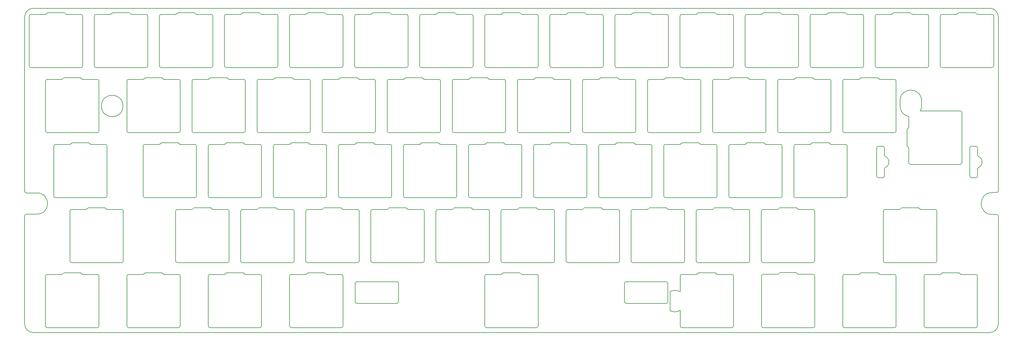
<source format=gbr>
G04 #@! TF.GenerationSoftware,KiCad,Pcbnew,(5.1.5)-3*
G04 #@! TF.CreationDate,2020-04-24T20:35:25-04:00*
G04 #@! TF.ProjectId,plate,706c6174-652e-46b6-9963-61645f706362,rev?*
G04 #@! TF.SameCoordinates,Original*
G04 #@! TF.FileFunction,Profile,NP*
%FSLAX46Y46*%
G04 Gerber Fmt 4.6, Leading zero omitted, Abs format (unit mm)*
G04 Created by KiCad (PCBNEW (5.1.5)-3) date 2020-04-24 20:35:25*
%MOMM*%
%LPD*%
G04 APERTURE LIST*
%ADD10C,0.200000*%
G04 APERTURE END LIST*
D10*
X291062500Y-87422000D02*
X291062500Y-36422001D01*
X6562501Y-88022000D02*
G75*
G02X6062501Y-87522000I0J500000D01*
G01*
X6062501Y-36422001D02*
G75*
G02X8562501Y-33922001I2500000J0D01*
G01*
X264577494Y-74505011D02*
G75*
G02X264327500Y-74072001I250006J433010D01*
G01*
X264327500Y-74072001D02*
X264327500Y-69572001D01*
X289262500Y-87922000D02*
X290562500Y-87922000D01*
X264827500Y-68706001D02*
X264827500Y-65634879D01*
X232655570Y-111872430D02*
X236849570Y-111872430D01*
X221729570Y-112372430D02*
G75*
G02X222229570Y-111872430I500000J0D01*
G01*
X202665000Y-107957000D02*
X202665000Y-93337000D01*
X227289570Y-111372430D02*
X231789570Y-111372430D01*
X260647500Y-127507000D02*
X246027500Y-127507000D01*
X236849570Y-111872430D02*
G75*
G02X237349570Y-112372430I0J-500000D01*
G01*
X156372500Y-127007000D02*
G75*
G02X155872500Y-127507000I-500000J0D01*
G01*
X141252500Y-127507000D02*
G75*
G02X140752500Y-127007000I0J500000D01*
G01*
X226856560Y-111622424D02*
G75*
G02X227289570Y-111372430I433010J-250006D01*
G01*
X260647500Y-111887000D02*
G75*
G02X261147500Y-112387000I0J-500000D01*
G01*
X256453500Y-111887000D02*
G75*
G02X256020503Y-111636983I-22J499918D01*
G01*
X108816000Y-73787001D02*
G75*
G02X108383003Y-73536984I-22J499918D01*
G01*
X103450000Y-73287001D02*
X107950000Y-73287001D01*
X93960000Y-73787001D02*
G75*
G02X94460000Y-74287001I0J-500000D01*
G01*
X60290000Y-73787001D02*
X64484000Y-73787001D01*
X51666001Y-73787001D02*
G75*
G02X51233004Y-73536984I-22J499918D01*
G01*
X75410000Y-74287001D02*
X75410000Y-88907000D01*
X64916991Y-73536995D02*
G75*
G02X64484000Y-73787001I-432969J249912D01*
G01*
X70716000Y-73787001D02*
G75*
G02X70283003Y-73536984I-22J499918D01*
G01*
X50800000Y-73287001D02*
G75*
G02X51233004Y-73536984I1J-500000D01*
G01*
X45866991Y-73536995D02*
G75*
G02X46300001Y-73287001I433010J-250006D01*
G01*
X25472251Y-73787001D02*
X29666251Y-73787001D01*
X113010000Y-89407000D02*
X98390000Y-89407000D01*
X20106251Y-73287001D02*
X24606251Y-73287001D01*
X84400000Y-73287001D02*
X88900000Y-73287001D01*
X113010000Y-73787001D02*
G75*
G02X113510000Y-74287001I0J-500000D01*
G01*
X40740001Y-74287001D02*
G75*
G02X41240001Y-73787001I500000J0D01*
G01*
X79340000Y-73787001D02*
X83534000Y-73787001D01*
X59790000Y-74287001D02*
G75*
G02X60290000Y-73787001I500000J0D01*
G01*
X78840000Y-88907000D02*
X78840000Y-74287001D01*
X69849999Y-73287001D02*
G75*
G02X70283003Y-73536984I1J-500000D01*
G01*
X89766000Y-73787001D02*
G75*
G02X89333003Y-73536984I-22J499918D01*
G01*
X107949999Y-73287001D02*
G75*
G02X108383003Y-73536984I1J-500000D01*
G01*
X55860000Y-89407000D02*
X41240001Y-89407000D01*
X103016990Y-73536995D02*
G75*
G02X103450000Y-73287001I433010J-250006D01*
G01*
X29666251Y-73787001D02*
G75*
G02X30166251Y-74287001I0J-500000D01*
G01*
X83966991Y-73536995D02*
G75*
G02X83534000Y-73787001I-432969J249912D01*
G01*
X56360000Y-74287001D02*
X56360000Y-88907000D01*
X97890000Y-88907000D02*
X97890000Y-74287001D01*
X75410000Y-88907000D02*
G75*
G02X74910000Y-89407000I-500000J0D01*
G01*
X117440000Y-73787001D02*
X121634000Y-73787001D01*
X74910000Y-89407000D02*
X60290000Y-89407000D01*
X70716000Y-73787001D02*
X74910000Y-73787001D01*
X78840000Y-74287001D02*
G75*
G02X79340000Y-73787001I500000J0D01*
G01*
X51666001Y-73787001D02*
X55860000Y-73787001D01*
X93960000Y-89407000D02*
X79340000Y-89407000D01*
X89766000Y-73787001D02*
X93960000Y-73787001D01*
X45866992Y-73536995D02*
G75*
G02X45434001Y-73787001I-432969J249912D01*
G01*
X60290000Y-89407000D02*
G75*
G02X59790000Y-88907000I0J500000D01*
G01*
X79340000Y-89407000D02*
G75*
G02X78840000Y-88907000I0J500000D01*
G01*
X98390000Y-89407000D02*
G75*
G02X97890000Y-88907000I0J500000D01*
G01*
X19673241Y-73536995D02*
G75*
G02X20106251Y-73287001I433010J-250006D01*
G01*
X56360000Y-88907000D02*
G75*
G02X55860000Y-89407000I-500000J0D01*
G01*
X25472251Y-73787001D02*
G75*
G02X25039254Y-73536984I-22J499918D01*
G01*
X94460000Y-74287001D02*
X94460000Y-88907000D01*
X41240001Y-73787001D02*
X45434001Y-73787001D01*
X59790000Y-88907000D02*
X59790000Y-74287001D01*
X65385000Y-108457000D02*
X50765001Y-108457000D01*
X97890000Y-74287001D02*
G75*
G02X98390000Y-73787001I500000J0D01*
G01*
X113510000Y-74287001D02*
X113510000Y-88907000D01*
X94460000Y-88907000D02*
G75*
G02X93960000Y-89407000I-500000J0D01*
G01*
X98390000Y-73787001D02*
X102584000Y-73787001D01*
X41240001Y-89407000D02*
G75*
G02X40740001Y-88907000I0J500000D01*
G01*
X122066991Y-73536995D02*
G75*
G02X121634000Y-73787001I-432969J249912D01*
G01*
X108816000Y-73787001D02*
X113010000Y-73787001D01*
X40740001Y-88907000D02*
X40740001Y-74287001D01*
X88899999Y-73287001D02*
G75*
G02X89333003Y-73536984I1J-500000D01*
G01*
X24606250Y-73287001D02*
G75*
G02X25039254Y-73536984I1J-500000D01*
G01*
X83966990Y-73536995D02*
G75*
G02X84400000Y-73287001I433010J-250006D01*
G01*
X113510000Y-88907000D02*
G75*
G02X113010000Y-89407000I-500000J0D01*
G01*
X64916990Y-73536995D02*
G75*
G02X65350000Y-73287001I433010J-250006D01*
G01*
X46300001Y-73287001D02*
X50800001Y-73287001D01*
X74910000Y-73787001D02*
G75*
G02X75410000Y-74287001I0J-500000D01*
G01*
X55860000Y-73787001D02*
G75*
G02X56360000Y-74287001I0J-500000D01*
G01*
X103016991Y-73536995D02*
G75*
G02X102584000Y-73787001I-432969J249912D01*
G01*
X46903501Y-54737001D02*
G75*
G02X46470504Y-54486984I-22J499918D01*
G01*
X46037500Y-54237001D02*
G75*
G02X46470504Y-54486984I1J-500000D01*
G01*
X41537501Y-54237001D02*
X46037501Y-54237001D01*
X27285001Y-54737001D02*
G75*
G02X27785001Y-55237001I0J-500000D01*
G01*
X15046251Y-73787001D02*
X19240251Y-73787001D01*
X12665001Y-54737001D02*
X16859001Y-54737001D01*
X27285001Y-70357001D02*
X12665001Y-70357001D01*
X17725001Y-54237001D02*
X22225001Y-54237001D01*
X17291991Y-54486995D02*
G75*
G02X17725001Y-54237001I433010J-250006D01*
G01*
X23091001Y-54737001D02*
X27285001Y-54737001D01*
X15046251Y-89407000D02*
G75*
G02X14546251Y-88907000I0J500000D01*
G01*
X12665001Y-70357001D02*
G75*
G02X12165001Y-69857001I0J500000D01*
G01*
X23091001Y-54737001D02*
G75*
G02X22658004Y-54486984I-22J499918D01*
G01*
X29666251Y-89407000D02*
X15046251Y-89407000D01*
X30166251Y-88907000D02*
G75*
G02X29666251Y-89407000I-500000J0D01*
G01*
X12165001Y-69857001D02*
X12165001Y-55237001D01*
X65350000Y-73287001D02*
X69850000Y-73287001D01*
X41104491Y-54486995D02*
G75*
G02X41537501Y-54237001I433010J-250006D01*
G01*
X30166251Y-74287001D02*
X30166251Y-88907000D01*
X17291992Y-54486995D02*
G75*
G02X16859001Y-54737001I-432969J249912D01*
G01*
X27785001Y-55237001D02*
X27785001Y-69857001D01*
X19673242Y-73536995D02*
G75*
G02X19240251Y-73787001I-432969J249912D01*
G01*
X12165001Y-55237001D02*
G75*
G02X12665001Y-54737001I500000J0D01*
G01*
X27785001Y-69857001D02*
G75*
G02X27285001Y-70357001I-500000J0D01*
G01*
X14546251Y-88907000D02*
X14546251Y-74287001D01*
X51097501Y-54737001D02*
G75*
G02X51597501Y-55237001I0J-500000D01*
G01*
X46903501Y-54737001D02*
X51097501Y-54737001D01*
X14546251Y-74287001D02*
G75*
G02X15046251Y-73787001I500000J0D01*
G01*
X122500000Y-73287001D02*
X127000000Y-73287001D01*
X136490000Y-73787001D02*
X140684000Y-73787001D01*
X122066990Y-73536995D02*
G75*
G02X122500000Y-73287001I433010J-250006D01*
G01*
X127866000Y-73787001D02*
X132060000Y-73787001D01*
X30234751Y-92837000D02*
G75*
G02X29801754Y-92586983I-22J499918D01*
G01*
X136490000Y-89407000D02*
G75*
G02X135990000Y-88907000I0J500000D01*
G01*
X84435000Y-108457000D02*
X69815000Y-108457000D01*
X69815000Y-108457000D02*
G75*
G02X69315000Y-107957000I0J500000D01*
G01*
X79374999Y-92337000D02*
G75*
G02X79808003Y-92586983I1J-500000D01*
G01*
X88729491Y-111636994D02*
G75*
G02X88296500Y-111887000I-432969J249912D01*
G01*
X160166991Y-73536995D02*
G75*
G02X159734000Y-73787001I-432969J249912D01*
G01*
X146916000Y-73787001D02*
G75*
G02X146483003Y-73536984I-22J499918D01*
G01*
X84935000Y-107957000D02*
G75*
G02X84435000Y-108457000I-500000J0D01*
G01*
X55391990Y-92586994D02*
G75*
G02X55825000Y-92337000I433010J-250006D01*
G01*
X50765001Y-108457000D02*
G75*
G02X50265001Y-107957000I0J500000D01*
G01*
X34428751Y-92837000D02*
G75*
G02X34928751Y-93337000I0J-500000D01*
G01*
X146916000Y-73787001D02*
X151110000Y-73787001D01*
X24435741Y-92586994D02*
G75*
G02X24868751Y-92337000I433010J-250006D01*
G01*
X151610000Y-74287001D02*
X151610000Y-88907000D01*
X65885000Y-107957000D02*
G75*
G02X65385000Y-108457000I-500000J0D01*
G01*
X80241000Y-92837000D02*
X84435000Y-92837000D01*
X55825000Y-92337000D02*
X60325000Y-92337000D01*
X55391992Y-92586994D02*
G75*
G02X54959001Y-92837000I-432969J249912D01*
G01*
X34428751Y-108457000D02*
X19808751Y-108457000D01*
X24868751Y-92337000D02*
X29368751Y-92337000D01*
X19808751Y-108457000D02*
G75*
G02X19308751Y-107957000I0J500000D01*
G01*
X69815000Y-92837000D02*
X74009000Y-92837000D01*
X69315000Y-93337000D02*
G75*
G02X69815000Y-92837000I500000J0D01*
G01*
X19808751Y-92837000D02*
X24002751Y-92837000D01*
X84935000Y-93337000D02*
X84935000Y-107957000D01*
X93925000Y-92337000D02*
X98425000Y-92337000D01*
X50265001Y-107957000D02*
X50265001Y-93337000D01*
X61191000Y-92837000D02*
X65385000Y-92837000D01*
X69315000Y-107957000D02*
X69315000Y-93337000D01*
X60324999Y-92337000D02*
G75*
G02X60758003Y-92586983I1J-500000D01*
G01*
X74441990Y-92586994D02*
G75*
G02X74875000Y-92337000I433010J-250006D01*
G01*
X74441991Y-92586994D02*
G75*
G02X74009000Y-92837000I-432969J249912D01*
G01*
X84102500Y-111887000D02*
X88296500Y-111887000D01*
X24435742Y-92586994D02*
G75*
G02X24002751Y-92837000I-432969J249912D01*
G01*
X135990000Y-74287001D02*
G75*
G02X136490000Y-73787001I500000J0D01*
G01*
X50265001Y-93337000D02*
G75*
G02X50765001Y-92837000I500000J0D01*
G01*
X74875000Y-92337000D02*
X79375000Y-92337000D01*
X50765001Y-92837000D02*
X54959001Y-92837000D01*
X30234751Y-92837000D02*
X34428751Y-92837000D01*
X84435000Y-92837000D02*
G75*
G02X84935000Y-93337000I0J-500000D01*
G01*
X65385000Y-92837000D02*
G75*
G02X65885000Y-93337000I0J-500000D01*
G01*
X93491990Y-92586994D02*
G75*
G02X93925000Y-92337000I433010J-250006D01*
G01*
X29368750Y-92337000D02*
G75*
G02X29801754Y-92586983I1J-500000D01*
G01*
X61191000Y-92837000D02*
G75*
G02X60758003Y-92586983I-22J499918D01*
G01*
X155540000Y-73787001D02*
X159734000Y-73787001D01*
X34928751Y-107957000D02*
G75*
G02X34428751Y-108457000I-500000J0D01*
G01*
X141550000Y-73287001D02*
X146050000Y-73287001D01*
X132060000Y-73787001D02*
G75*
G02X132560000Y-74287001I0J-500000D01*
G01*
X19308751Y-107957000D02*
X19308751Y-93337000D01*
X132560000Y-88907000D02*
G75*
G02X132060000Y-89407000I-500000J0D01*
G01*
X34928751Y-93337000D02*
X34928751Y-107957000D01*
X80241000Y-92837000D02*
G75*
G02X79808003Y-92586983I-22J499918D01*
G01*
X65885000Y-93337000D02*
X65885000Y-107957000D01*
X132560000Y-74287001D02*
X132560000Y-88907000D01*
X141116991Y-73536995D02*
G75*
G02X140684000Y-73787001I-432969J249912D01*
G01*
X127866000Y-73787001D02*
G75*
G02X127433003Y-73536984I-22J499918D01*
G01*
X151110000Y-73787001D02*
G75*
G02X151610000Y-74287001I0J-500000D01*
G01*
X126999999Y-73287001D02*
G75*
G02X127433003Y-73536984I1J-500000D01*
G01*
X19308751Y-93337000D02*
G75*
G02X19808751Y-92837000I500000J0D01*
G01*
X117440000Y-89407000D02*
G75*
G02X116940000Y-88907000I0J500000D01*
G01*
X170660000Y-74287001D02*
X170660000Y-88907000D01*
X116940000Y-74287001D02*
G75*
G02X117440000Y-73787001I500000J0D01*
G01*
X160166990Y-73536995D02*
G75*
G02X160600000Y-73287001I433010J-250006D01*
G01*
X151110000Y-89407000D02*
X136490000Y-89407000D01*
X193140000Y-74287001D02*
G75*
G02X193640000Y-73787001I500000J0D01*
G01*
X193140000Y-88907000D02*
X193140000Y-74287001D01*
X179216991Y-73536995D02*
G75*
G02X178784000Y-73787001I-432969J249912D01*
G01*
X189210000Y-89407000D02*
X174590000Y-89407000D01*
X198700000Y-73287001D02*
X203200000Y-73287001D01*
X227810000Y-88907000D02*
G75*
G02X227310000Y-89407000I-500000J0D01*
G01*
X231740000Y-89407000D02*
G75*
G02X231240000Y-88907000I0J500000D01*
G01*
X174090000Y-88907000D02*
X174090000Y-74287001D01*
X212690000Y-73787001D02*
X216884000Y-73787001D01*
X236366991Y-73536995D02*
G75*
G02X235934000Y-73787001I-432969J249912D01*
G01*
X204066000Y-73787001D02*
G75*
G02X203633003Y-73536984I-22J499918D01*
G01*
X155040000Y-88907000D02*
X155040000Y-74287001D01*
X198266991Y-73536995D02*
G75*
G02X197834000Y-73787001I-432969J249912D01*
G01*
X212690000Y-89407000D02*
G75*
G02X212190000Y-88907000I0J500000D01*
G01*
X174590000Y-73787001D02*
X178784000Y-73787001D01*
X155540000Y-89407000D02*
G75*
G02X155040000Y-88907000I0J500000D01*
G01*
X170160000Y-89407000D02*
X155540000Y-89407000D01*
X227810000Y-74287001D02*
X227810000Y-88907000D01*
X116940000Y-88907000D02*
X116940000Y-74287001D01*
X185016000Y-73787001D02*
G75*
G02X184583003Y-73536984I-22J499918D01*
G01*
X151610000Y-88907000D02*
G75*
G02X151110000Y-89407000I-500000J0D01*
G01*
X231740000Y-73787001D02*
X235934000Y-73787001D01*
X184149999Y-73287001D02*
G75*
G02X184583003Y-73536984I1J-500000D01*
G01*
X165966000Y-73787001D02*
X170160000Y-73787001D01*
X217316990Y-73536995D02*
G75*
G02X217750000Y-73287001I433010J-250006D01*
G01*
X146049999Y-73287001D02*
G75*
G02X146483003Y-73536984I1J-500000D01*
G01*
X212190000Y-88907000D02*
X212190000Y-74287001D01*
X141116990Y-73536995D02*
G75*
G02X141550000Y-73287001I433010J-250006D01*
G01*
X208260000Y-89407000D02*
X193640000Y-89407000D01*
X208760000Y-74287001D02*
X208760000Y-88907000D01*
X217316991Y-73536995D02*
G75*
G02X216884000Y-73787001I-432969J249912D01*
G01*
X203199999Y-73287001D02*
G75*
G02X203633003Y-73536984I1J-500000D01*
G01*
X132060000Y-89407000D02*
X117440000Y-89407000D01*
X185016000Y-73787001D02*
X189210000Y-73787001D01*
X246860000Y-88907000D02*
G75*
G02X246360000Y-89407000I-500000J0D01*
G01*
X189210000Y-73787001D02*
G75*
G02X189710000Y-74287001I0J-500000D01*
G01*
X246860000Y-74287001D02*
X246860000Y-88907000D01*
X223116000Y-73787001D02*
G75*
G02X222683003Y-73536984I-22J499918D01*
G01*
X231240000Y-74287001D02*
G75*
G02X231740000Y-73787001I500000J0D01*
G01*
X242166000Y-73787001D02*
X246360000Y-73787001D01*
X155040000Y-74287001D02*
G75*
G02X155540000Y-73787001I500000J0D01*
G01*
X208260000Y-73787001D02*
G75*
G02X208760000Y-74287001I0J-500000D01*
G01*
X170660000Y-88907000D02*
G75*
G02X170160000Y-89407000I-500000J0D01*
G01*
X193640000Y-73787001D02*
X197834000Y-73787001D01*
X165099999Y-73287001D02*
G75*
G02X165533003Y-73536984I1J-500000D01*
G01*
X246360000Y-89407000D02*
X231740000Y-89407000D01*
X246360000Y-73787001D02*
G75*
G02X246860000Y-74287001I0J-500000D01*
G01*
X208760000Y-88907000D02*
G75*
G02X208260000Y-89407000I-500000J0D01*
G01*
X227310000Y-89407000D02*
X212690000Y-89407000D01*
X204066000Y-73787001D02*
X208260000Y-73787001D01*
X198266990Y-73536995D02*
G75*
G02X198700000Y-73287001I433010J-250006D01*
G01*
X189710000Y-88907000D02*
G75*
G02X189210000Y-89407000I-500000J0D01*
G01*
X212190000Y-74287001D02*
G75*
G02X212690000Y-73787001I500000J0D01*
G01*
X222249999Y-73287001D02*
G75*
G02X222683003Y-73536984I1J-500000D01*
G01*
X223116000Y-73787001D02*
X227310000Y-73787001D01*
X193640000Y-89407000D02*
G75*
G02X193140000Y-88907000I0J500000D01*
G01*
X231240000Y-88907000D02*
X231240000Y-74287001D01*
X217750000Y-73287001D02*
X222250000Y-73287001D01*
X135990000Y-88907000D02*
X135990000Y-74287001D01*
X189710000Y-74287001D02*
X189710000Y-88907000D01*
X236800000Y-73287001D02*
X241300000Y-73287001D01*
X226841991Y-92586994D02*
G75*
G02X226409000Y-92837000I-432969J249912D01*
G01*
X227310000Y-73787001D02*
G75*
G02X227810000Y-74287001I0J-500000D01*
G01*
X284960000Y-112387000D02*
X284960000Y-127007000D01*
X236835000Y-108457000D02*
X222215000Y-108457000D01*
X227275000Y-92337000D02*
X231775000Y-92337000D01*
X232641000Y-92837000D02*
X236835000Y-92837000D01*
X279399999Y-111387000D02*
G75*
G02X279833003Y-111636983I1J-500000D01*
G01*
X272553750Y-92837000D02*
G75*
G02X273053750Y-93337000I0J-500000D01*
G01*
X160600000Y-73287001D02*
X165100000Y-73287001D01*
X257933750Y-92837000D02*
X262127750Y-92837000D01*
X170160000Y-73787001D02*
G75*
G02X170660000Y-74287001I0J-500000D01*
G01*
X221715000Y-93337000D02*
G75*
G02X222215000Y-92837000I500000J0D01*
G01*
X179216990Y-73536995D02*
G75*
G02X179650000Y-73287001I433010J-250006D01*
G01*
X262560741Y-92586994D02*
G75*
G02X262127750Y-92837000I-432969J249912D01*
G01*
X284960000Y-127007000D02*
G75*
G02X284460000Y-127507000I-500000J0D01*
G01*
X165966000Y-73787001D02*
G75*
G02X165533003Y-73536984I-22J499918D01*
G01*
X269340000Y-127007000D02*
X269340000Y-112387000D01*
X284460000Y-127507000D02*
X269840000Y-127507000D01*
X280266000Y-111887000D02*
G75*
G02X279833003Y-111636983I-22J499918D01*
G01*
X269840000Y-127507000D02*
G75*
G02X269340000Y-127007000I0J500000D01*
G01*
X174090000Y-74287001D02*
G75*
G02X174590000Y-73787001I500000J0D01*
G01*
X272553750Y-108457000D02*
X257933750Y-108457000D01*
X232641000Y-92837000D02*
G75*
G02X232208003Y-92586983I-22J499918D01*
G01*
X231774999Y-92337000D02*
G75*
G02X232208003Y-92586983I1J-500000D01*
G01*
X222215000Y-108457000D02*
G75*
G02X221715000Y-107957000I0J500000D01*
G01*
X257933750Y-108457000D02*
G75*
G02X257433750Y-107957000I0J500000D01*
G01*
X237335000Y-93337000D02*
X237335000Y-107957000D01*
X268359750Y-92837000D02*
X272553750Y-92837000D01*
X274900000Y-111387000D02*
X279400000Y-111387000D01*
X284460000Y-111887000D02*
G75*
G02X284960000Y-112387000I0J-500000D01*
G01*
X262560740Y-92586994D02*
G75*
G02X262993750Y-92337000I433010J-250006D01*
G01*
X274466991Y-111636994D02*
G75*
G02X274034000Y-111887000I-432969J249912D01*
G01*
X242166000Y-73787001D02*
G75*
G02X241733003Y-73536984I-22J499918D01*
G01*
X221715000Y-107957000D02*
X221715000Y-93337000D01*
X257433750Y-107957000D02*
X257433750Y-93337000D01*
X262993750Y-92337000D02*
X267493750Y-92337000D01*
X273053750Y-93337000D02*
X273053750Y-107957000D01*
X174590000Y-89407000D02*
G75*
G02X174090000Y-88907000I0J500000D01*
G01*
X269340000Y-112387000D02*
G75*
G02X269840000Y-111887000I500000J0D01*
G01*
X273053750Y-107957000D02*
G75*
G02X272553750Y-108457000I-500000J0D01*
G01*
X179650000Y-73287001D02*
X184150000Y-73287001D01*
X280266000Y-111887000D02*
X284460000Y-111887000D01*
X274466990Y-111636994D02*
G75*
G02X274900000Y-111387000I433010J-250006D01*
G01*
X241299999Y-73287001D02*
G75*
G02X241733003Y-73536984I1J-500000D01*
G01*
X268359750Y-92837000D02*
G75*
G02X267926753Y-92586983I-22J499918D01*
G01*
X222215000Y-92837000D02*
X226409000Y-92837000D01*
X257433750Y-93337000D02*
G75*
G02X257933750Y-92837000I500000J0D01*
G01*
X236835000Y-92837000D02*
G75*
G02X237335000Y-93337000I0J-500000D01*
G01*
X226841990Y-92586994D02*
G75*
G02X227275000Y-92337000I433010J-250006D01*
G01*
X267493749Y-92337000D02*
G75*
G02X267926753Y-92586983I1J-500000D01*
G01*
X269840000Y-111887000D02*
X274034000Y-111887000D01*
X237335000Y-107957000D02*
G75*
G02X236835000Y-108457000I-500000J0D01*
G01*
X236366990Y-73536995D02*
G75*
G02X236800000Y-73287001I433010J-250006D01*
G01*
X146015000Y-108457000D02*
G75*
G02X145515000Y-107957000I0J500000D01*
G01*
X218285000Y-107957000D02*
G75*
G02X217785000Y-108457000I-500000J0D01*
G01*
X180185000Y-93337000D02*
X180185000Y-107957000D01*
X161135000Y-107957000D02*
G75*
G02X160635000Y-108457000I-500000J0D01*
G01*
X213591000Y-92837000D02*
G75*
G02X213158003Y-92586983I-22J499918D01*
G01*
X165065000Y-92837000D02*
X169259000Y-92837000D01*
X174624999Y-92337000D02*
G75*
G02X175058003Y-92586983I1J-500000D01*
G01*
X198735000Y-108457000D02*
X184115000Y-108457000D01*
X194541000Y-92837000D02*
G75*
G02X194108003Y-92586983I-22J499918D01*
G01*
X164565000Y-107957000D02*
X164565000Y-93337000D01*
X179685000Y-108457000D02*
X165065000Y-108457000D01*
X150641991Y-92586994D02*
G75*
G02X150209000Y-92837000I-432969J249912D01*
G01*
X161135000Y-93337000D02*
X161135000Y-107957000D01*
X145515000Y-93337000D02*
G75*
G02X146015000Y-92837000I500000J0D01*
G01*
X217785000Y-108457000D02*
X203165000Y-108457000D01*
X164565000Y-93337000D02*
G75*
G02X165065000Y-92837000I500000J0D01*
G01*
X203165000Y-108457000D02*
G75*
G02X202665000Y-107957000I0J500000D01*
G01*
X213591000Y-92837000D02*
X217785000Y-92837000D01*
X218285000Y-93337000D02*
X218285000Y-107957000D01*
X217785000Y-92837000D02*
G75*
G02X218285000Y-93337000I0J-500000D01*
G01*
X189175000Y-92337000D02*
X193675000Y-92337000D01*
X170125000Y-92337000D02*
X174625000Y-92337000D01*
X179685000Y-92837000D02*
G75*
G02X180185000Y-93337000I0J-500000D01*
G01*
X213051640Y-111887000D02*
G75*
G02X213551640Y-112387000I0J-500000D01*
G01*
X194330500Y-114513000D02*
X194330500Y-119863000D01*
X195030500Y-116842481D02*
X195030500Y-122551518D01*
X182130500Y-120363000D02*
G75*
G02X181630500Y-119863000I0J500000D01*
G01*
X181630500Y-114513000D02*
G75*
G02X182130500Y-114013000I500000J0D01*
G01*
X194330500Y-119863000D02*
G75*
G02X193830500Y-120363000I-500000J0D01*
G01*
X117772500Y-51307001D02*
X103152500Y-51307001D01*
X137322500Y-50807001D02*
G75*
G02X136822500Y-51307001I-500000J0D01*
G01*
X164929491Y-35436995D02*
G75*
G02X164496500Y-35687001I-432969J249912D01*
G01*
X12529492Y-35436995D02*
G75*
G02X12096501Y-35687001I-432969J249912D01*
G01*
X136822500Y-51307001D02*
X122202500Y-51307001D01*
X122202500Y-51307001D02*
G75*
G02X121702500Y-50807001I0J500000D01*
G01*
X156372500Y-50807001D02*
G75*
G02X155872500Y-51307001I-500000J0D01*
G01*
X169862499Y-35187001D02*
G75*
G02X170295503Y-35436984I1J-500000D01*
G01*
X193830500Y-114013000D02*
G75*
G02X194330500Y-114513000I0J-500000D01*
G01*
X113578500Y-35687001D02*
X117772500Y-35687001D01*
X117772500Y-35687001D02*
G75*
G02X118272500Y-36187001I0J-500000D01*
G01*
X198431640Y-127507000D02*
G75*
G02X197931640Y-127007000I0J500000D01*
G01*
X131762499Y-35187001D02*
G75*
G02X132195503Y-35436984I1J-500000D01*
G01*
X103152500Y-51307001D02*
G75*
G02X102652500Y-50807001I0J500000D01*
G01*
X118272500Y-36187001D02*
X118272500Y-50807001D01*
X7402501Y-36187001D02*
G75*
G02X7902501Y-35687001I500000J0D01*
G01*
X197931640Y-122428355D02*
G75*
G02X195030500Y-122551518I-1569140J2731355D01*
G01*
X184115000Y-92837000D02*
X188309000Y-92837000D01*
X188741990Y-92586994D02*
G75*
G02X189175000Y-92337000I433010J-250006D01*
G01*
X199235000Y-93337000D02*
X199235000Y-107957000D01*
X169691991Y-92586994D02*
G75*
G02X169259000Y-92837000I-432969J249912D01*
G01*
X140752500Y-112387000D02*
G75*
G02X141252500Y-111887000I500000J0D01*
G01*
X141252500Y-111887000D02*
X145446500Y-111887000D01*
X255587499Y-111387000D02*
G75*
G02X256020503Y-111636983I1J-500000D01*
G01*
X250654490Y-111636994D02*
G75*
G02X251087500Y-111387000I433010J-250006D01*
G01*
X145515000Y-107957000D02*
X145515000Y-93337000D01*
X212724999Y-92337000D02*
G75*
G02X213158003Y-92586983I1J-500000D01*
G01*
X183615000Y-107957000D02*
X183615000Y-93337000D01*
X184115000Y-108457000D02*
G75*
G02X183615000Y-107957000I0J500000D01*
G01*
X169691990Y-92586994D02*
G75*
G02X170125000Y-92337000I433010J-250006D01*
G01*
X165065000Y-108457000D02*
G75*
G02X164565000Y-107957000I0J500000D01*
G01*
X175491000Y-92837000D02*
G75*
G02X175058003Y-92586983I-22J499918D01*
G01*
X160635000Y-108457000D02*
X146015000Y-108457000D01*
X188741991Y-92586994D02*
G75*
G02X188309000Y-92837000I-432969J249912D01*
G01*
X180185000Y-107957000D02*
G75*
G02X179685000Y-108457000I-500000J0D01*
G01*
X236849570Y-127492430D02*
X222229570Y-127492430D01*
X146015000Y-92837000D02*
X150209000Y-92837000D01*
X183615000Y-93337000D02*
G75*
G02X184115000Y-92837000I500000J0D01*
G01*
X199235000Y-107957000D02*
G75*
G02X198735000Y-108457000I-500000J0D01*
G01*
X194541000Y-92837000D02*
X198735000Y-92837000D01*
X126465000Y-107957000D02*
X126465000Y-93337000D01*
X131591990Y-92586994D02*
G75*
G02X132025000Y-92337000I433010J-250006D01*
G01*
X123035000Y-107957000D02*
G75*
G02X122535000Y-108457000I-500000J0D01*
G01*
X112541990Y-92586994D02*
G75*
G02X112975000Y-92337000I433010J-250006D01*
G01*
X88865000Y-108457000D02*
G75*
G02X88365000Y-107957000I0J500000D01*
G01*
X122535000Y-108457000D02*
X107915000Y-108457000D01*
X122535000Y-92837000D02*
G75*
G02X123035000Y-93337000I0J-500000D01*
G01*
X112975000Y-92337000D02*
X117475000Y-92337000D01*
X107415000Y-93337000D02*
G75*
G02X107915000Y-92837000I500000J0D01*
G01*
X136524999Y-92337000D02*
G75*
G02X136958003Y-92586983I1J-500000D01*
G01*
X112541991Y-92586994D02*
G75*
G02X112109000Y-92837000I-432969J249912D01*
G01*
X103485000Y-108457000D02*
X88865000Y-108457000D01*
X137391000Y-92837000D02*
X141585000Y-92837000D01*
X137391000Y-92837000D02*
G75*
G02X136958003Y-92586983I-22J499918D01*
G01*
X107915000Y-92837000D02*
X112109000Y-92837000D01*
X98424999Y-92337000D02*
G75*
G02X98858003Y-92586983I1J-500000D01*
G01*
X151075000Y-92337000D02*
X155575000Y-92337000D01*
X123035000Y-93337000D02*
X123035000Y-107957000D01*
X103985000Y-93337000D02*
X103985000Y-107957000D01*
X107415000Y-107957000D02*
X107415000Y-93337000D01*
X142085000Y-93337000D02*
X142085000Y-107957000D01*
X107915000Y-108457000D02*
G75*
G02X107415000Y-107957000I0J500000D01*
G01*
X103985000Y-107957000D02*
G75*
G02X103485000Y-108457000I-500000J0D01*
G01*
X175491000Y-92837000D02*
X179685000Y-92837000D01*
X132025000Y-92337000D02*
X136525000Y-92337000D01*
X88365000Y-93337000D02*
G75*
G02X88865000Y-92837000I500000J0D01*
G01*
X142085000Y-107957000D02*
G75*
G02X141585000Y-108457000I-500000J0D01*
G01*
X208225000Y-92337000D02*
X212725000Y-92337000D01*
X198735000Y-92837000D02*
G75*
G02X199235000Y-93337000I0J-500000D01*
G01*
X131591991Y-92586994D02*
G75*
G02X131159000Y-92837000I-432969J249912D01*
G01*
X99291000Y-92837000D02*
G75*
G02X98858003Y-92586983I-22J499918D01*
G01*
X193674999Y-92337000D02*
G75*
G02X194108003Y-92586983I1J-500000D01*
G01*
X88365000Y-107957000D02*
X88365000Y-93337000D01*
X118341000Y-92837000D02*
G75*
G02X117908003Y-92586983I-22J499918D01*
G01*
X88865000Y-92837000D02*
X93059000Y-92837000D01*
X103485000Y-92837000D02*
G75*
G02X103985000Y-93337000I0J-500000D01*
G01*
X99291000Y-92837000D02*
X103485000Y-92837000D01*
X141585000Y-92837000D02*
G75*
G02X142085000Y-93337000I0J-500000D01*
G01*
X117474999Y-92337000D02*
G75*
G02X117908003Y-92586983I1J-500000D01*
G01*
X126965000Y-108457000D02*
G75*
G02X126465000Y-107957000I0J500000D01*
G01*
X118341000Y-92837000D02*
X122535000Y-92837000D01*
X141585000Y-108457000D02*
X126965000Y-108457000D01*
X126465000Y-93337000D02*
G75*
G02X126965000Y-92837000I500000J0D01*
G01*
X150641990Y-92586994D02*
G75*
G02X151075000Y-92337000I433010J-250006D01*
G01*
X126965000Y-92837000D02*
X131159000Y-92837000D01*
X207791990Y-92586994D02*
G75*
G02X208225000Y-92337000I433010J-250006D01*
G01*
X264827500Y-65634880D02*
G75*
G02X262300000Y-62547001I622500J3087879D01*
G01*
X289262500Y-94322000D02*
G75*
G02X289262500Y-87922000I0J3200000D01*
G01*
X288562500Y-33922001D02*
X8562501Y-33922001D01*
X268600000Y-61047001D02*
X268600000Y-62547001D01*
X151678500Y-111887000D02*
G75*
G02X151245503Y-111636983I-22J499918D01*
G01*
X145879491Y-111636994D02*
G75*
G02X145446500Y-111887000I-432969J249912D01*
G01*
X150812499Y-111387000D02*
G75*
G02X151245503Y-111636983I1J-500000D01*
G01*
X226856561Y-111622424D02*
G75*
G02X226423570Y-111872430I-432969J249912D01*
G01*
X290562500Y-94322000D02*
X289262500Y-94322000D01*
X291062500Y-87422000D02*
G75*
G02X290562500Y-87922000I-500000J0D01*
G01*
X268600000Y-62547001D02*
G75*
G02X268238597Y-64012001I-3150000J0D01*
G01*
X155872500Y-127507000D02*
X141252500Y-127507000D01*
X279947500Y-64012001D02*
G75*
G02X280447500Y-64512001I0J-500000D01*
G01*
X6062501Y-36422001D02*
X6062501Y-87522000D01*
X237349570Y-112372430D02*
X237349570Y-126992430D01*
X268238597Y-64012001D02*
X279947500Y-64012001D01*
X262300000Y-62547001D02*
X262300000Y-61047001D01*
X264827499Y-68706001D02*
G75*
G02X264577505Y-69139010I-499999J0D01*
G01*
X264327499Y-69572001D02*
G75*
G02X264577505Y-69139010I499919J22D01*
G01*
X232655570Y-111872430D02*
G75*
G02X232222573Y-111622413I-22J499918D01*
G01*
X262300000Y-61047001D02*
G75*
G02X268600000Y-61047001I3150000J0D01*
G01*
X6562501Y-88022000D02*
X9662501Y-88022000D01*
X288562500Y-33922001D02*
G75*
G02X291062500Y-36422001I0J-2500000D01*
G01*
X256453500Y-111887000D02*
X260647500Y-111887000D01*
X245527500Y-112387000D02*
G75*
G02X246027500Y-111887000I500000J0D01*
G01*
X245527500Y-127007000D02*
X245527500Y-112387000D01*
X203165000Y-92837000D02*
X207359000Y-92837000D01*
X221729570Y-126992430D02*
X221729570Y-112372430D01*
X237349570Y-126992430D02*
G75*
G02X236849570Y-127492430I-500000J0D01*
G01*
X246027500Y-127507000D02*
G75*
G02X245527500Y-127007000I0J500000D01*
G01*
X146312500Y-111387000D02*
X150812500Y-111387000D01*
X222229570Y-127492430D02*
G75*
G02X221729570Y-126992430I0J500000D01*
G01*
X155872500Y-111887000D02*
G75*
G02X156372500Y-112387000I0J-500000D01*
G01*
X202665000Y-93337000D02*
G75*
G02X203165000Y-92837000I500000J0D01*
G01*
X140752500Y-127007000D02*
X140752500Y-112387000D01*
X231789569Y-111372430D02*
G75*
G02X232222573Y-111622413I1J-500000D01*
G01*
X246027500Y-111887000D02*
X250221500Y-111887000D01*
X156372500Y-112387000D02*
X156372500Y-127007000D01*
X261147500Y-127007000D02*
G75*
G02X260647500Y-127507000I-500000J0D01*
G01*
X222229570Y-111872430D02*
X226423570Y-111872430D01*
X251087500Y-111387000D02*
X255587500Y-111387000D01*
X207791991Y-92586994D02*
G75*
G02X207359000Y-92837000I-432969J249912D01*
G01*
X250654491Y-111636994D02*
G75*
G02X250221500Y-111887000I-432969J249912D01*
G01*
X261147500Y-112387000D02*
X261147500Y-127007000D01*
X151678500Y-111887000D02*
X155872500Y-111887000D01*
X145879490Y-111636994D02*
G75*
G02X146312500Y-111387000I433010J-250006D01*
G01*
X155872500Y-51307001D02*
X141252500Y-51307001D01*
X118272500Y-50807001D02*
G75*
G02X117772500Y-51307001I-500000J0D01*
G01*
X145879490Y-35436995D02*
G75*
G02X146312500Y-35187001I433010J-250006D01*
G01*
X107779490Y-35436995D02*
G75*
G02X108212500Y-35187001I433010J-250006D01*
G01*
X175422500Y-36187001D02*
X175422500Y-50807001D01*
X174922500Y-35687001D02*
G75*
G02X175422500Y-36187001I0J-500000D01*
G01*
X93662499Y-35187001D02*
G75*
G02X94095503Y-35436984I1J-500000D01*
G01*
X102652500Y-50807001D02*
X102652500Y-36187001D01*
X122202500Y-35687001D02*
X126396500Y-35687001D01*
X132628500Y-35687001D02*
G75*
G02X132195503Y-35436984I-22J499918D01*
G01*
X189778500Y-35687001D02*
G75*
G02X189345503Y-35436984I-22J499918D01*
G01*
X151678500Y-35687001D02*
G75*
G02X151245503Y-35436984I-22J499918D01*
G01*
X112712499Y-35187001D02*
G75*
G02X113145503Y-35436984I1J-500000D01*
G01*
X127262500Y-35187001D02*
X131762500Y-35187001D01*
X113578500Y-35687001D02*
G75*
G02X113145503Y-35436984I-22J499918D01*
G01*
X141252500Y-51307001D02*
G75*
G02X140752500Y-50807001I0J500000D01*
G01*
X126829491Y-35436995D02*
G75*
G02X126396500Y-35687001I-432969J249912D01*
G01*
X121702500Y-36187001D02*
G75*
G02X122202500Y-35687001I500000J0D01*
G01*
X151678500Y-35687001D02*
X155872500Y-35687001D01*
X175422500Y-50807001D02*
G75*
G02X174922500Y-51307001I-500000J0D01*
G01*
X155872500Y-35687001D02*
G75*
G02X156372500Y-36187001I0J-500000D01*
G01*
X136822500Y-35687001D02*
G75*
G02X137322500Y-36187001I0J-500000D01*
G01*
X160302500Y-35687001D02*
X164496500Y-35687001D01*
X121702500Y-50807001D02*
X121702500Y-36187001D01*
X89162500Y-35187001D02*
X93662500Y-35187001D01*
X156372500Y-36187001D02*
X156372500Y-50807001D01*
X170728500Y-35687001D02*
G75*
G02X170295503Y-35436984I-22J499918D01*
G01*
X102652500Y-36187001D02*
G75*
G02X103152500Y-35687001I500000J0D01*
G01*
X160302500Y-51307001D02*
G75*
G02X159802500Y-50807001I0J500000D01*
G01*
X137322500Y-36187001D02*
X137322500Y-50807001D01*
X141252500Y-35687001D02*
X145446500Y-35687001D01*
X146312500Y-35187001D02*
X150812500Y-35187001D01*
X170728500Y-35687001D02*
X174922500Y-35687001D01*
X140752500Y-36187001D02*
G75*
G02X141252500Y-35687001I500000J0D01*
G01*
X159802500Y-36187001D02*
G75*
G02X160302500Y-35687001I500000J0D01*
G01*
X145879491Y-35436995D02*
G75*
G02X145446500Y-35687001I-432969J249912D01*
G01*
X107779491Y-35436995D02*
G75*
G02X107346500Y-35687001I-432969J249912D01*
G01*
X126829490Y-35436995D02*
G75*
G02X127262500Y-35187001I433010J-250006D01*
G01*
X174922500Y-51307001D02*
X160302500Y-51307001D01*
X108212500Y-35187001D02*
X112712500Y-35187001D01*
X88729490Y-35436995D02*
G75*
G02X89162500Y-35187001I433010J-250006D01*
G01*
X103152500Y-35687001D02*
X107346500Y-35687001D01*
X132628500Y-35687001D02*
X136822500Y-35687001D01*
X140752500Y-50807001D02*
X140752500Y-36187001D01*
X159802500Y-50807001D02*
X159802500Y-36187001D01*
X150812499Y-35187001D02*
G75*
G02X151245503Y-35436984I1J-500000D01*
G01*
X197902500Y-36187001D02*
G75*
G02X198402500Y-35687001I500000J0D01*
G01*
X197902500Y-50807001D02*
X197902500Y-36187001D01*
X216952500Y-36187001D02*
G75*
G02X217452500Y-35687001I500000J0D01*
G01*
X222512500Y-35187001D02*
X227012500Y-35187001D01*
X246062499Y-35187001D02*
G75*
G02X246495503Y-35436984I1J-500000D01*
G01*
X251122500Y-35687001D02*
G75*
G02X251622500Y-36187001I0J-500000D01*
G01*
X255552500Y-35687001D02*
X259746500Y-35687001D01*
X241129491Y-35436995D02*
G75*
G02X240696500Y-35687001I-432969J249912D01*
G01*
X194472500Y-36187001D02*
X194472500Y-50807001D01*
X217452500Y-35687001D02*
X221646500Y-35687001D01*
X203029490Y-35436995D02*
G75*
G02X203462500Y-35187001I433010J-250006D01*
G01*
X260179491Y-35436995D02*
G75*
G02X259746500Y-35687001I-432969J249912D01*
G01*
X251622500Y-50807001D02*
G75*
G02X251122500Y-51307001I-500000J0D01*
G01*
X213022500Y-51307001D02*
X198402500Y-51307001D01*
X236002500Y-36187001D02*
G75*
G02X236502500Y-35687001I500000J0D01*
G01*
X188912499Y-35187001D02*
G75*
G02X189345503Y-35436984I1J-500000D01*
G01*
X203029491Y-35436995D02*
G75*
G02X202596500Y-35687001I-432969J249912D01*
G01*
X194472500Y-50807001D02*
G75*
G02X193972500Y-51307001I-500000J0D01*
G01*
X255052500Y-36187001D02*
G75*
G02X255552500Y-35687001I500000J0D01*
G01*
X208828500Y-35687001D02*
G75*
G02X208395503Y-35436984I-22J499918D01*
G01*
X236502500Y-35687001D02*
X240696500Y-35687001D01*
X213022500Y-35687001D02*
G75*
G02X213522500Y-36187001I0J-500000D01*
G01*
X178852500Y-50807001D02*
X178852500Y-36187001D01*
X193972500Y-35687001D02*
G75*
G02X194472500Y-36187001I0J-500000D01*
G01*
X216952500Y-50807001D02*
X216952500Y-36187001D01*
X227878500Y-35687001D02*
X232072500Y-35687001D01*
X255052500Y-50807001D02*
X255052500Y-36187001D01*
X236502500Y-51307001D02*
G75*
G02X236002500Y-50807001I0J500000D01*
G01*
X227878500Y-35687001D02*
G75*
G02X227445503Y-35436984I-22J499918D01*
G01*
X246928500Y-35687001D02*
X251122500Y-35687001D01*
X241129490Y-35436995D02*
G75*
G02X241562500Y-35187001I433010J-250006D01*
G01*
X241562500Y-35187001D02*
X246062500Y-35187001D01*
X270172500Y-51307001D02*
X255552500Y-51307001D01*
X251122500Y-51307001D02*
X236502500Y-51307001D01*
X179352500Y-51307001D02*
G75*
G02X178852500Y-50807001I0J500000D01*
G01*
X255552500Y-51307001D02*
G75*
G02X255052500Y-50807001I0J500000D01*
G01*
X184412500Y-35187001D02*
X188912500Y-35187001D01*
X198402500Y-35687001D02*
X202596500Y-35687001D01*
X227012499Y-35187001D02*
G75*
G02X227445503Y-35436984I1J-500000D01*
G01*
X232072500Y-51307001D02*
X217452500Y-51307001D01*
X232572500Y-36187001D02*
X232572500Y-50807001D01*
X207962499Y-35187001D02*
G75*
G02X208395503Y-35436984I1J-500000D01*
G01*
X222079490Y-35436995D02*
G75*
G02X222512500Y-35187001I433010J-250006D01*
G01*
X213522500Y-50807001D02*
G75*
G02X213022500Y-51307001I-500000J0D01*
G01*
X232572500Y-50807001D02*
G75*
G02X232072500Y-51307001I-500000J0D01*
G01*
X183979490Y-35436995D02*
G75*
G02X184412500Y-35187001I433010J-250006D01*
G01*
X198402500Y-51307001D02*
G75*
G02X197902500Y-50807001I0J500000D01*
G01*
X222079491Y-35436995D02*
G75*
G02X221646500Y-35687001I-432969J249912D01*
G01*
X42072501Y-36187001D02*
X42072501Y-50807001D01*
X65052500Y-51307001D02*
G75*
G02X64552500Y-50807001I0J500000D01*
G01*
X203462500Y-35187001D02*
X207962500Y-35187001D01*
X61122500Y-50807001D02*
G75*
G02X60622500Y-51307001I-500000J0D01*
G01*
X80172500Y-36187001D02*
X80172500Y-50807001D01*
X37378501Y-35687001D02*
X41572501Y-35687001D01*
X46002501Y-35687001D02*
X50196501Y-35687001D01*
X61122500Y-36187001D02*
X61122500Y-50807001D01*
X60622500Y-35687001D02*
G75*
G02X61122500Y-36187001I0J-500000D01*
G01*
X26952501Y-35687001D02*
X31146501Y-35687001D01*
X99222500Y-50807001D02*
G75*
G02X98722500Y-51307001I-500000J0D01*
G01*
X12962501Y-35187001D02*
X17462501Y-35187001D01*
X74612499Y-35187001D02*
G75*
G02X75045503Y-35436984I1J-500000D01*
G01*
X99222500Y-36187001D02*
X99222500Y-50807001D01*
X179352500Y-35687001D02*
X183546500Y-35687001D01*
X164929490Y-35436995D02*
G75*
G02X165362500Y-35187001I433010J-250006D01*
G01*
X23022501Y-50807001D02*
G75*
G02X22522501Y-51307001I-500000J0D01*
G01*
X178852500Y-36187001D02*
G75*
G02X179352500Y-35687001I500000J0D01*
G01*
X70112500Y-35187001D02*
X74612500Y-35187001D01*
X189778500Y-35687001D02*
X193972500Y-35687001D01*
X232072500Y-35687001D02*
G75*
G02X232572500Y-36187001I0J-500000D01*
G01*
X183979491Y-35436995D02*
G75*
G02X183546500Y-35687001I-432969J249912D01*
G01*
X31579491Y-35436995D02*
G75*
G02X32012501Y-35187001I433010J-250006D01*
G01*
X251622500Y-36187001D02*
X251622500Y-50807001D01*
X217452500Y-51307001D02*
G75*
G02X216952500Y-50807001I0J500000D01*
G01*
X22522501Y-51307001D02*
X7902501Y-51307001D01*
X246928500Y-35687001D02*
G75*
G02X246495503Y-35436984I-22J499918D01*
G01*
X22522501Y-35687001D02*
G75*
G02X23022501Y-36187001I0J-500000D01*
G01*
X36512500Y-35187001D02*
G75*
G02X36945504Y-35436984I1J-500000D01*
G01*
X56428500Y-35687001D02*
G75*
G02X55995503Y-35436984I-22J499918D01*
G01*
X236002500Y-50807001D02*
X236002500Y-36187001D01*
X50629492Y-35436995D02*
G75*
G02X50196501Y-35687001I-432969J249912D01*
G01*
X94528500Y-35687001D02*
X98722500Y-35687001D01*
X80172500Y-50807001D02*
G75*
G02X79672500Y-51307001I-500000J0D01*
G01*
X17462500Y-35187001D02*
G75*
G02X17895504Y-35436984I1J-500000D01*
G01*
X165362500Y-35187001D02*
X169862500Y-35187001D01*
X208828500Y-35687001D02*
X213022500Y-35687001D01*
X69679490Y-35436995D02*
G75*
G02X70112500Y-35187001I433010J-250006D01*
G01*
X31579492Y-35436995D02*
G75*
G02X31146501Y-35687001I-432969J249912D01*
G01*
X32012501Y-35187001D02*
X36512501Y-35187001D01*
X37378501Y-35687001D02*
G75*
G02X36945504Y-35436984I-22J499918D01*
G01*
X83602500Y-50807001D02*
X83602500Y-36187001D01*
X193972500Y-51307001D02*
X179352500Y-51307001D01*
X213522500Y-36187001D02*
X213522500Y-50807001D01*
X64552500Y-36187001D02*
G75*
G02X65052500Y-35687001I500000J0D01*
G01*
X23022501Y-36187001D02*
X23022501Y-50807001D01*
X260612500Y-35187001D02*
X265112500Y-35187001D01*
X274602500Y-35687001D02*
X278796500Y-35687001D01*
X18328501Y-35687001D02*
X22522501Y-35687001D01*
X245527500Y-69857001D02*
X245527500Y-55237001D01*
X284162499Y-35187001D02*
G75*
G02X284595503Y-35436984I1J-500000D01*
G01*
X75478500Y-35687001D02*
X79672500Y-35687001D01*
X26452501Y-50807001D02*
X26452501Y-36187001D01*
X245527500Y-55237001D02*
G75*
G02X246027500Y-54737001I500000J0D01*
G01*
X45502501Y-50807001D02*
X45502501Y-36187001D01*
X41572501Y-51307001D02*
X26952501Y-51307001D01*
X12529491Y-35436995D02*
G75*
G02X12962501Y-35187001I433010J-250006D01*
G01*
X60622500Y-51307001D02*
X46002501Y-51307001D01*
X18328501Y-35687001D02*
G75*
G02X17895504Y-35436984I-22J499918D01*
G01*
X79672500Y-51307001D02*
X65052500Y-51307001D01*
X65052500Y-35687001D02*
X69246500Y-35687001D01*
X56428500Y-35687001D02*
X60622500Y-35687001D01*
X7902501Y-51307001D02*
G75*
G02X7402501Y-50807001I0J500000D01*
G01*
X84102500Y-35687001D02*
X88296500Y-35687001D01*
X75478500Y-35687001D02*
G75*
G02X75045503Y-35436984I-22J499918D01*
G01*
X26952501Y-51307001D02*
G75*
G02X26452501Y-50807001I0J500000D01*
G01*
X55562500Y-35187002D02*
G75*
G02X55995503Y-35436984I1J-499999D01*
G01*
X42072501Y-50807001D02*
G75*
G02X41572501Y-51307001I-500000J0D01*
G01*
X41572501Y-35687001D02*
G75*
G02X42072501Y-36187001I0J-500000D01*
G01*
X260179490Y-35436995D02*
G75*
G02X260612500Y-35187001I433010J-250006D01*
G01*
X98722500Y-35687001D02*
G75*
G02X99222500Y-36187001I0J-500000D01*
G01*
X285028500Y-35687001D02*
X289222500Y-35687001D01*
X246027500Y-70357001D02*
G75*
G02X245527500Y-69857001I0J500000D01*
G01*
X83602500Y-36187001D02*
G75*
G02X84102500Y-35687001I500000J0D01*
G01*
X260647500Y-70357001D02*
X246027500Y-70357001D01*
X88729491Y-35436995D02*
G75*
G02X88296500Y-35687001I-432969J249912D01*
G01*
X279229491Y-35436995D02*
G75*
G02X278796500Y-35687001I-432969J249912D01*
G01*
X274102500Y-50807001D02*
X274102500Y-36187001D01*
X94528500Y-35687001D02*
G75*
G02X94095503Y-35436984I-22J499918D01*
G01*
X98722500Y-51307001D02*
X84102500Y-51307001D01*
X45502501Y-36187001D02*
G75*
G02X46002501Y-35687001I500000J0D01*
G01*
X64552500Y-50807001D02*
X64552500Y-36187001D01*
X69679491Y-35436995D02*
G75*
G02X69246500Y-35687001I-432969J249912D01*
G01*
X50629491Y-35436995D02*
G75*
G02X51062501Y-35187001I433010J-250006D01*
G01*
X79672500Y-35687001D02*
G75*
G02X80172500Y-36187001I0J-500000D01*
G01*
X26452501Y-36187001D02*
G75*
G02X26952501Y-35687001I500000J0D01*
G01*
X7402501Y-50807001D02*
X7402501Y-36187001D01*
X84102500Y-51307001D02*
G75*
G02X83602500Y-50807001I0J500000D01*
G01*
X46002501Y-51307001D02*
G75*
G02X45502501Y-50807001I0J500000D01*
G01*
X51062501Y-35187001D02*
X55562501Y-35187001D01*
X169327500Y-69857001D02*
X169327500Y-55237001D01*
X212554491Y-54486995D02*
G75*
G02X212121500Y-54737001I-432969J249912D01*
G01*
X223047500Y-69857001D02*
G75*
G02X222547500Y-70357001I-500000J0D01*
G01*
X218353500Y-54737001D02*
G75*
G02X217920503Y-54486984I-22J499918D01*
G01*
X222547500Y-54737001D02*
G75*
G02X223047500Y-55237001I0J-500000D01*
G01*
X199303500Y-54737001D02*
X203497500Y-54737001D01*
X203997500Y-69857001D02*
G75*
G02X203497500Y-70357001I-500000J0D01*
G01*
X226977500Y-54737001D02*
X231171500Y-54737001D01*
X207927500Y-54737001D02*
X212121500Y-54737001D01*
X289722500Y-50807001D02*
G75*
G02X289222500Y-51307001I-500000J0D01*
G01*
X270172500Y-35687001D02*
G75*
G02X270672500Y-36187001I0J-500000D01*
G01*
X274602500Y-51307001D02*
G75*
G02X274102500Y-50807001I0J500000D01*
G01*
X251087500Y-54237001D02*
X255587500Y-54237001D01*
X169827500Y-70357001D02*
G75*
G02X169327500Y-69857001I0J500000D01*
G01*
X184947500Y-55237001D02*
X184947500Y-69857001D01*
X241597500Y-54737001D02*
G75*
G02X242097500Y-55237001I0J-500000D01*
G01*
X207927500Y-70357001D02*
G75*
G02X207427500Y-69857001I0J500000D01*
G01*
X285028500Y-35687001D02*
G75*
G02X284595503Y-35436984I-22J499918D01*
G01*
X265978500Y-35687001D02*
G75*
G02X265545503Y-35436984I-22J499918D01*
G01*
X255587499Y-54237001D02*
G75*
G02X256020503Y-54486984I1J-500000D01*
G01*
X226977500Y-70357001D02*
G75*
G02X226477500Y-69857001I0J500000D01*
G01*
X188877500Y-70357001D02*
G75*
G02X188377500Y-69857001I0J500000D01*
G01*
X246027500Y-54737001D02*
X250221500Y-54737001D01*
X274102500Y-36187001D02*
G75*
G02X274602500Y-35687001I500000J0D01*
G01*
X289222500Y-35687001D02*
G75*
G02X289722500Y-36187001I0J-500000D01*
G01*
X265112499Y-35187001D02*
G75*
G02X265545503Y-35436984I1J-500000D01*
G01*
X279662500Y-35187001D02*
X284162500Y-35187001D01*
X231604491Y-54486995D02*
G75*
G02X231171500Y-54737001I-432969J249912D01*
G01*
X188377500Y-69857001D02*
X188377500Y-55237001D01*
X203497500Y-70357001D02*
X188877500Y-70357001D01*
X174887500Y-54237001D02*
X179387500Y-54237001D01*
X270672500Y-36187001D02*
X270672500Y-50807001D01*
X242097500Y-69857001D02*
G75*
G02X241597500Y-70357001I-500000J0D01*
G01*
X193937500Y-54237001D02*
X198437500Y-54237001D01*
X241597500Y-70357001D02*
X226977500Y-70357001D01*
X242097500Y-55237001D02*
X242097500Y-69857001D01*
X184947500Y-69857001D02*
G75*
G02X184447500Y-70357001I-500000J0D01*
G01*
X198437499Y-54237001D02*
G75*
G02X198870503Y-54486984I1J-500000D01*
G01*
X207427500Y-69857001D02*
X207427500Y-55237001D01*
X223047500Y-55237001D02*
X223047500Y-69857001D01*
X193504491Y-54486995D02*
G75*
G02X193071500Y-54737001I-432969J249912D01*
G01*
X236537499Y-54237001D02*
G75*
G02X236970503Y-54486984I1J-500000D01*
G01*
X174454491Y-54486995D02*
G75*
G02X174021500Y-54737001I-432969J249912D01*
G01*
X289722500Y-36187001D02*
X289722500Y-50807001D01*
X217487499Y-54237001D02*
G75*
G02X217920503Y-54486984I1J-500000D01*
G01*
X179387499Y-54237001D02*
G75*
G02X179820503Y-54486984I1J-500000D01*
G01*
X169827500Y-54737001D02*
X174021500Y-54737001D01*
X289222500Y-51307001D02*
X274602500Y-51307001D01*
X279229490Y-35436995D02*
G75*
G02X279662500Y-35187001I433010J-250006D01*
G01*
X232037500Y-54237001D02*
X236537500Y-54237001D01*
X212987500Y-54237001D02*
X217487500Y-54237001D01*
X226477500Y-55237001D02*
G75*
G02X226977500Y-54737001I500000J0D01*
G01*
X226477500Y-69857001D02*
X226477500Y-55237001D01*
X270672500Y-50807001D02*
G75*
G02X270172500Y-51307001I-500000J0D01*
G01*
X250654491Y-54486995D02*
G75*
G02X250221500Y-54737001I-432969J249912D01*
G01*
X180253500Y-54737001D02*
X184447500Y-54737001D01*
X174454490Y-54486995D02*
G75*
G02X174887500Y-54237001I433010J-250006D01*
G01*
X237403500Y-54737001D02*
G75*
G02X236970503Y-54486984I-22J499918D01*
G01*
X265978500Y-35687001D02*
X270172500Y-35687001D01*
X193504490Y-54486995D02*
G75*
G02X193937500Y-54237001I433010J-250006D01*
G01*
X199303500Y-54737001D02*
G75*
G02X198870503Y-54486984I-22J499918D01*
G01*
X184447500Y-70357001D02*
X169827500Y-70357001D01*
X203497500Y-54737001D02*
G75*
G02X203997500Y-55237001I0J-500000D01*
G01*
X222547500Y-70357001D02*
X207927500Y-70357001D01*
X207427500Y-55237001D02*
G75*
G02X207927500Y-54737001I500000J0D01*
G01*
X188377500Y-55237001D02*
G75*
G02X188877500Y-54737001I500000J0D01*
G01*
X184447500Y-54737001D02*
G75*
G02X184947500Y-55237001I0J-500000D01*
G01*
X88729490Y-111636994D02*
G75*
G02X89162500Y-111387000I433010J-250006D01*
G01*
X74910000Y-127507000D02*
X60290000Y-127507000D01*
X93662499Y-111387000D02*
G75*
G02X94095503Y-111636983I1J-500000D01*
G01*
X59790000Y-112387000D02*
G75*
G02X60290000Y-111887000I500000J0D01*
G01*
X75410000Y-127007000D02*
G75*
G02X74910000Y-127507000I-500000J0D01*
G01*
X94528500Y-111887000D02*
G75*
G02X94095503Y-111636983I-22J499918D01*
G01*
X59790000Y-127007000D02*
X59790000Y-112387000D01*
X203997500Y-55237001D02*
X203997500Y-69857001D01*
X74910000Y-111887000D02*
G75*
G02X75410000Y-112387000I0J-500000D01*
G01*
X169327500Y-55237001D02*
G75*
G02X169827500Y-54737001I500000J0D01*
G01*
X94528500Y-111887000D02*
X98722500Y-111887000D01*
X83602500Y-127007000D02*
X83602500Y-112387000D01*
X261147500Y-55237001D02*
X261147500Y-69857001D01*
X237403500Y-54737001D02*
X241597500Y-54737001D01*
X212554490Y-54486995D02*
G75*
G02X212987500Y-54237001I433010J-250006D01*
G01*
X260647500Y-54737001D02*
G75*
G02X261147500Y-55237001I0J-500000D01*
G01*
X250654490Y-54486995D02*
G75*
G02X251087500Y-54237001I433010J-250006D01*
G01*
X256453500Y-54737001D02*
X260647500Y-54737001D01*
X180253500Y-54737001D02*
G75*
G02X179820503Y-54486984I-22J499918D01*
G01*
X256453500Y-54737001D02*
G75*
G02X256020503Y-54486984I-22J499918D01*
G01*
X188877500Y-54737001D02*
X193071500Y-54737001D01*
X218353500Y-54737001D02*
X222547500Y-54737001D01*
X261147500Y-69857001D02*
G75*
G02X260647500Y-70357001I-500000J0D01*
G01*
X98722500Y-111887000D02*
G75*
G02X99222500Y-112387000I0J-500000D01*
G01*
X231604490Y-54486995D02*
G75*
G02X232037500Y-54237001I433010J-250006D01*
G01*
X12665001Y-111887000D02*
X16859001Y-111887000D01*
X114994500Y-114013000D02*
X103294500Y-114013000D01*
X17291991Y-111636994D02*
G75*
G02X17725001Y-111387000I433010J-250006D01*
G01*
X257702500Y-74818001D02*
X257702500Y-76867001D01*
X12665001Y-127507000D02*
G75*
G02X12165001Y-127007000I0J500000D01*
G01*
X103294500Y-120363000D02*
X114994500Y-120363000D01*
X89162500Y-111387000D02*
X93662500Y-111387000D01*
X41104491Y-111636994D02*
G75*
G02X41537501Y-111387000I433010J-250006D01*
G01*
X12165001Y-112387000D02*
G75*
G02X12665001Y-111887000I500000J0D01*
G01*
X257972698Y-77311064D02*
G75*
G02X257972700Y-80595937I-714198J-1642437D01*
G01*
X64916991Y-111636994D02*
G75*
G02X64484000Y-111887000I-432969J249912D01*
G01*
X257972700Y-77311064D02*
G75*
G02X257702500Y-76867001I229800J444063D01*
G01*
X255467500Y-74818001D02*
G75*
G02X255967500Y-74318001I500000J0D01*
G01*
X46037500Y-111387000D02*
G75*
G02X46470504Y-111636983I1J-500000D01*
G01*
X12165001Y-127007000D02*
X12165001Y-112387000D01*
X23091001Y-111887000D02*
G75*
G02X22658004Y-111636983I-22J499918D01*
G01*
X103294500Y-120363000D02*
G75*
G02X102794500Y-119863000I0J500000D01*
G01*
X114994500Y-114013000D02*
G75*
G02X115494500Y-114513000I0J-500000D01*
G01*
X115494500Y-119863000D02*
G75*
G02X114994500Y-120363000I-500000J0D01*
G01*
X35977501Y-112387000D02*
G75*
G02X36477501Y-111887000I500000J0D01*
G01*
X84102500Y-127507000D02*
G75*
G02X83602500Y-127007000I0J500000D01*
G01*
X70716000Y-111887000D02*
X74910000Y-111887000D01*
X35977501Y-127007000D02*
X35977501Y-112387000D01*
X27285001Y-111887000D02*
G75*
G02X27785001Y-112387000I0J-500000D01*
G01*
X22225000Y-111387000D02*
G75*
G02X22658004Y-111636983I1J-500000D01*
G01*
X257202500Y-74318001D02*
G75*
G02X257702500Y-74818001I0J-500000D01*
G01*
X51097501Y-127507000D02*
X36477501Y-127507000D01*
X27285001Y-127507000D02*
X12665001Y-127507000D01*
X17725001Y-111387000D02*
X22225001Y-111387000D01*
X115494500Y-119863000D02*
X115494500Y-114513000D01*
X27785001Y-127007000D02*
G75*
G02X27285001Y-127507000I-500000J0D01*
G01*
X23091001Y-111887000D02*
X27285001Y-111887000D01*
X102794500Y-114513000D02*
G75*
G02X103294500Y-114013000I500000J0D01*
G01*
X75410000Y-112387000D02*
X75410000Y-127007000D01*
X60290000Y-111887000D02*
X64484000Y-111887000D01*
X17291992Y-111636994D02*
G75*
G02X16859001Y-111887000I-432969J249912D01*
G01*
X41104492Y-111636994D02*
G75*
G02X40671501Y-111887000I-432969J249912D01*
G01*
X69849999Y-111387000D02*
G75*
G02X70283003Y-111636983I1J-500000D01*
G01*
X8562501Y-128922000D02*
G75*
G02X6062501Y-126422000I0J2500000D01*
G01*
X46903501Y-111887000D02*
G75*
G02X46470504Y-111636983I-22J499918D01*
G01*
X255467500Y-83089000D02*
X255467500Y-74818001D01*
X255967500Y-74318001D02*
X257202500Y-74318001D01*
X9662501Y-88022000D02*
G75*
G02X9662501Y-94222000I0J-3100000D01*
G01*
X6062501Y-94722000D02*
G75*
G02X6562501Y-94222000I500000J0D01*
G01*
X34825001Y-62547001D02*
G75*
G03X34825001Y-62547001I-3150000J0D01*
G01*
X290562500Y-94322000D02*
G75*
G02X291062500Y-94822000I0J-500000D01*
G01*
X291062500Y-126422000D02*
X291062500Y-94822000D01*
X99222500Y-127007000D02*
G75*
G02X98722500Y-127507000I-500000J0D01*
G01*
X36477501Y-127507000D02*
G75*
G02X35977501Y-127007000I0J500000D01*
G01*
X46903501Y-111887000D02*
X51097501Y-111887000D01*
X65350000Y-111387000D02*
X69850000Y-111387000D01*
X70716000Y-111887000D02*
G75*
G02X70283003Y-111636983I-22J499918D01*
G01*
X60290000Y-127507000D02*
G75*
G02X59790000Y-127007000I0J500000D01*
G01*
X64916990Y-111636994D02*
G75*
G02X65350000Y-111387000I433010J-250006D01*
G01*
X99222500Y-112387000D02*
X99222500Y-127007000D01*
X51097501Y-111887000D02*
G75*
G02X51597501Y-112387000I0J-500000D01*
G01*
X83602500Y-112387000D02*
G75*
G02X84102500Y-111887000I500000J0D01*
G01*
X98722500Y-127507000D02*
X84102500Y-127507000D01*
X27785001Y-112387000D02*
X27785001Y-127007000D01*
X102794500Y-114513000D02*
X102794500Y-119863000D01*
X41537501Y-111387000D02*
X46037501Y-111387000D01*
X51597501Y-127007000D02*
G75*
G02X51097501Y-127507000I-500000J0D01*
G01*
X51597501Y-112387000D02*
X51597501Y-127007000D01*
X36477501Y-111887000D02*
X40671501Y-111887000D01*
X282746500Y-74819001D02*
G75*
G02X283246500Y-74319001I500000J0D01*
G01*
X284981500Y-81041000D02*
X284981500Y-83090000D01*
X6062501Y-94722000D02*
X6062501Y-126422000D01*
X255967500Y-83589000D02*
G75*
G02X255467500Y-83089000I0J500000D01*
G01*
X284481500Y-74319001D02*
G75*
G02X284981500Y-74819001I0J-500000D01*
G01*
X257202500Y-83589000D02*
X255967500Y-83589000D01*
X284981500Y-83090000D02*
G75*
G02X284481500Y-83590000I-500000J0D01*
G01*
X165397500Y-54737001D02*
G75*
G02X165897500Y-55237001I0J-500000D01*
G01*
X283246500Y-83590000D02*
G75*
G02X282746500Y-83090000I0J500000D01*
G01*
X279947500Y-79632000D02*
X265327500Y-79632000D01*
X257702500Y-81040000D02*
X257702500Y-83089000D01*
X283246500Y-74319001D02*
X284481500Y-74319001D01*
X291062500Y-126422000D02*
G75*
G02X288562500Y-128922000I-2500000J0D01*
G01*
X285251700Y-77312064D02*
G75*
G02X284981500Y-76868001I229800J444063D01*
G01*
X265327500Y-79632001D02*
G75*
G02X264827500Y-79132001I0J500000D01*
G01*
X264827500Y-79132001D02*
X264827500Y-74938001D01*
X280447500Y-64512001D02*
X280447500Y-79132001D01*
X257702500Y-83089000D02*
G75*
G02X257202500Y-83589000I-500000J0D01*
G01*
X257702500Y-81040000D02*
G75*
G02X257972700Y-80595937I500000J0D01*
G01*
X8562501Y-128922000D02*
X288562500Y-128922000D01*
X264577494Y-74505010D02*
G75*
G02X264827500Y-74938001I-249912J-432969D01*
G01*
X285251698Y-77312064D02*
G75*
G02X285251700Y-80596937I-714198J-1642437D01*
G01*
X284981500Y-74819001D02*
X284981500Y-76868001D01*
X280447499Y-79132001D02*
G75*
G02X279947500Y-79632000I-499999J0D01*
G01*
X9662501Y-94222000D02*
X6562501Y-94222000D01*
X284481500Y-83590000D02*
X283246500Y-83590000D01*
X284981500Y-81041000D02*
G75*
G02X285251700Y-80596937I500000J0D01*
G01*
X282746500Y-83090000D02*
X282746500Y-74819001D01*
X93627500Y-70357001D02*
G75*
G02X93127500Y-69857001I0J500000D01*
G01*
X51597501Y-69857001D02*
G75*
G02X51097501Y-70357001I-500000J0D01*
G01*
X65953500Y-54737001D02*
X70147500Y-54737001D01*
X55527501Y-54737001D02*
X59721500Y-54737001D01*
X165397500Y-70357001D02*
X150777500Y-70357001D01*
X127797500Y-55237001D02*
X127797500Y-69857001D01*
X36477501Y-70357001D02*
G75*
G02X35977501Y-69857001I0J500000D01*
G01*
X104053500Y-54737001D02*
G75*
G02X103620503Y-54486984I-22J499918D01*
G01*
X85003500Y-54737001D02*
G75*
G02X84570503Y-54486984I-22J499918D01*
G01*
X131727500Y-70357001D02*
G75*
G02X131227500Y-69857001I0J500000D01*
G01*
X85003500Y-54737001D02*
X89197500Y-54737001D01*
X60154490Y-54486995D02*
G75*
G02X60587500Y-54237001I433010J-250006D01*
G01*
X165897500Y-55237001D02*
X165897500Y-69857001D01*
X146847500Y-55237001D02*
X146847500Y-69857001D01*
X146847500Y-69857001D02*
G75*
G02X146347500Y-70357001I-500000J0D01*
G01*
X136354491Y-54486995D02*
G75*
G02X135921500Y-54737001I-432969J249912D01*
G01*
X98254491Y-54486995D02*
G75*
G02X97821500Y-54737001I-432969J249912D01*
G01*
X160337499Y-54237001D02*
G75*
G02X160770503Y-54486984I1J-500000D01*
G01*
X70647500Y-55237001D02*
X70647500Y-69857001D01*
X55027501Y-55237001D02*
G75*
G02X55527501Y-54737001I500000J0D01*
G01*
X155404491Y-54486995D02*
G75*
G02X154971500Y-54737001I-432969J249912D01*
G01*
X161203500Y-54737001D02*
G75*
G02X160770503Y-54486984I-22J499918D01*
G01*
X165897500Y-69857001D02*
G75*
G02X165397500Y-70357001I-500000J0D01*
G01*
X131227500Y-55237001D02*
G75*
G02X131727500Y-54737001I500000J0D01*
G01*
X117737500Y-54237001D02*
X122237500Y-54237001D01*
X103187499Y-54237001D02*
G75*
G02X103620503Y-54486984I1J-500000D01*
G01*
X70147500Y-70357001D02*
X55527501Y-70357001D01*
X136354490Y-54486995D02*
G75*
G02X136787500Y-54237001I433010J-250006D01*
G01*
X122237499Y-54237001D02*
G75*
G02X122670503Y-54486984I1J-500000D01*
G01*
X146347500Y-54737001D02*
G75*
G02X146847500Y-55237001I0J-500000D01*
G01*
X150277500Y-55237001D02*
G75*
G02X150777500Y-54737001I500000J0D01*
G01*
X155837500Y-54237001D02*
X160337500Y-54237001D01*
X150777500Y-54737001D02*
X154971500Y-54737001D01*
X142153500Y-54737001D02*
G75*
G02X141720503Y-54486984I-22J499918D01*
G01*
X150277500Y-69857001D02*
X150277500Y-55237001D01*
X127297500Y-70357001D02*
X112677500Y-70357001D01*
X108747500Y-69857001D02*
G75*
G02X108247500Y-70357001I-500000J0D01*
G01*
X127297500Y-54737001D02*
G75*
G02X127797500Y-55237001I0J-500000D01*
G01*
X123103500Y-54737001D02*
X127297500Y-54737001D01*
X35977501Y-55237001D02*
G75*
G02X36477501Y-54737001I500000J0D01*
G01*
X131727500Y-54737001D02*
X135921500Y-54737001D01*
X141287499Y-54237001D02*
G75*
G02X141720503Y-54486984I1J-500000D01*
G01*
X131227500Y-69857001D02*
X131227500Y-55237001D01*
X117304490Y-54486995D02*
G75*
G02X117737500Y-54237001I433010J-250006D01*
G01*
X93127500Y-55237001D02*
G75*
G02X93627500Y-54737001I500000J0D01*
G01*
X142153500Y-54737001D02*
X146347500Y-54737001D01*
X108747500Y-55237001D02*
X108747500Y-69857001D01*
X60154491Y-54486995D02*
G75*
G02X59721500Y-54737001I-432969J249912D01*
G01*
X98254490Y-54486995D02*
G75*
G02X98687500Y-54237001I433010J-250006D01*
G01*
X89197500Y-54737001D02*
G75*
G02X89697500Y-55237001I0J-500000D01*
G01*
X150777500Y-70357001D02*
G75*
G02X150277500Y-69857001I0J500000D01*
G01*
X79204491Y-54486995D02*
G75*
G02X78771500Y-54737001I-432969J249912D01*
G01*
X123103500Y-54737001D02*
G75*
G02X122670503Y-54486984I-22J499918D01*
G01*
X146347500Y-70357001D02*
X131727500Y-70357001D01*
X41104492Y-54486995D02*
G75*
G02X40671501Y-54737001I-432969J249912D01*
G01*
X136787500Y-54237001D02*
X141287500Y-54237001D01*
X55027501Y-69857001D02*
X55027501Y-55237001D01*
X161203500Y-54737001D02*
X165397500Y-54737001D01*
X51097501Y-70357001D02*
X36477501Y-70357001D01*
X93127500Y-69857001D02*
X93127500Y-55237001D01*
X104053500Y-54737001D02*
X108247500Y-54737001D01*
X70147500Y-54737001D02*
G75*
G02X70647500Y-55237001I0J-500000D01*
G01*
X98687500Y-54237001D02*
X103187500Y-54237001D01*
X155404490Y-54486995D02*
G75*
G02X155837500Y-54237001I433010J-250006D01*
G01*
X74577500Y-54737001D02*
X78771500Y-54737001D01*
X89197500Y-70357001D02*
X74577500Y-70357001D01*
X84137499Y-54237001D02*
G75*
G02X84570503Y-54486984I1J-500000D01*
G01*
X117304491Y-54486995D02*
G75*
G02X116871500Y-54737001I-432969J249912D01*
G01*
X74577500Y-70357001D02*
G75*
G02X74077500Y-69857001I0J500000D01*
G01*
X112677500Y-54737001D02*
X116871500Y-54737001D01*
X108247500Y-70357001D02*
X93627500Y-70357001D01*
X79637500Y-54237001D02*
X84137500Y-54237001D01*
X55527501Y-70357001D02*
G75*
G02X55027501Y-69857001I0J500000D01*
G01*
X93627500Y-54737001D02*
X97821500Y-54737001D01*
X108247500Y-54737001D02*
G75*
G02X108747500Y-55237001I0J-500000D01*
G01*
X65087499Y-54237001D02*
G75*
G02X65520503Y-54486984I1J-500000D01*
G01*
X89697500Y-69857001D02*
G75*
G02X89197500Y-70357001I-500000J0D01*
G01*
X60587500Y-54237001D02*
X65087500Y-54237001D01*
X74077500Y-69857001D02*
X74077500Y-55237001D01*
X89697500Y-55237001D02*
X89697500Y-69857001D01*
X65953500Y-54737001D02*
G75*
G02X65520503Y-54486984I-22J499918D01*
G01*
X112177500Y-55237001D02*
G75*
G02X112677500Y-54737001I500000J0D01*
G01*
X79204490Y-54486995D02*
G75*
G02X79637500Y-54237001I433010J-250006D01*
G01*
X112677500Y-70357001D02*
G75*
G02X112177500Y-69857001I0J500000D01*
G01*
X112177500Y-69857001D02*
X112177500Y-55237001D01*
X35977501Y-69857001D02*
X35977501Y-55237001D01*
X70647500Y-69857001D02*
G75*
G02X70147500Y-70357001I-500000J0D01*
G01*
X74077500Y-55237001D02*
G75*
G02X74577500Y-54737001I500000J0D01*
G01*
X51597501Y-55237001D02*
X51597501Y-69857001D01*
X36477501Y-54737001D02*
X40671501Y-54737001D01*
X127797500Y-69857001D02*
G75*
G02X127297500Y-70357001I-500000J0D01*
G01*
X22225000Y-54237001D02*
G75*
G02X22658004Y-54486984I1J-500000D01*
G01*
X207991640Y-111387000D02*
X203491640Y-111387000D01*
X213551640Y-127007000D02*
G75*
G02X213051640Y-127507000I-500000J0D01*
G01*
X207991639Y-111387000D02*
G75*
G02X208424649Y-111636994I1J-500000D01*
G01*
X155574999Y-92337000D02*
G75*
G02X156008003Y-92586983I1J-500000D01*
G01*
X213051640Y-111887000D02*
X208857640Y-111887000D01*
X195030500Y-116842482D02*
G75*
G02X197931640Y-116965645I1332000J-2854518D01*
G01*
X203058637Y-111636983D02*
G75*
G02X202625640Y-111887000I-432975J249901D01*
G01*
X202625640Y-111887000D02*
X198431640Y-111887000D01*
X197931640Y-122428355D02*
X197931640Y-127007000D01*
X7902501Y-35687001D02*
X12096501Y-35687001D01*
X197931640Y-112387000D02*
X197931640Y-116965645D01*
X193830500Y-120363000D02*
X182130500Y-120363000D01*
X208857639Y-111887000D02*
G75*
G02X208424649Y-111636994I-21J499918D01*
G01*
X156441000Y-92837000D02*
X160635000Y-92837000D01*
X213551640Y-127007000D02*
X213551640Y-112387000D01*
X197931640Y-112387000D02*
G75*
G02X198431640Y-111887000I500000J0D01*
G01*
X182130500Y-114013000D02*
X193830500Y-114013000D01*
X93491991Y-92586994D02*
G75*
G02X93059000Y-92837000I-432969J249912D01*
G01*
X156441000Y-92837000D02*
G75*
G02X156008003Y-92586983I-22J499918D01*
G01*
X181630500Y-119863000D02*
X181630500Y-114513000D01*
X203058637Y-111636984D02*
G75*
G02X203491640Y-111387000I433003J-250016D01*
G01*
X198431640Y-127507000D02*
X213051640Y-127507000D01*
X160635000Y-92837000D02*
G75*
G02X161135000Y-93337000I0J-500000D01*
G01*
M02*

</source>
